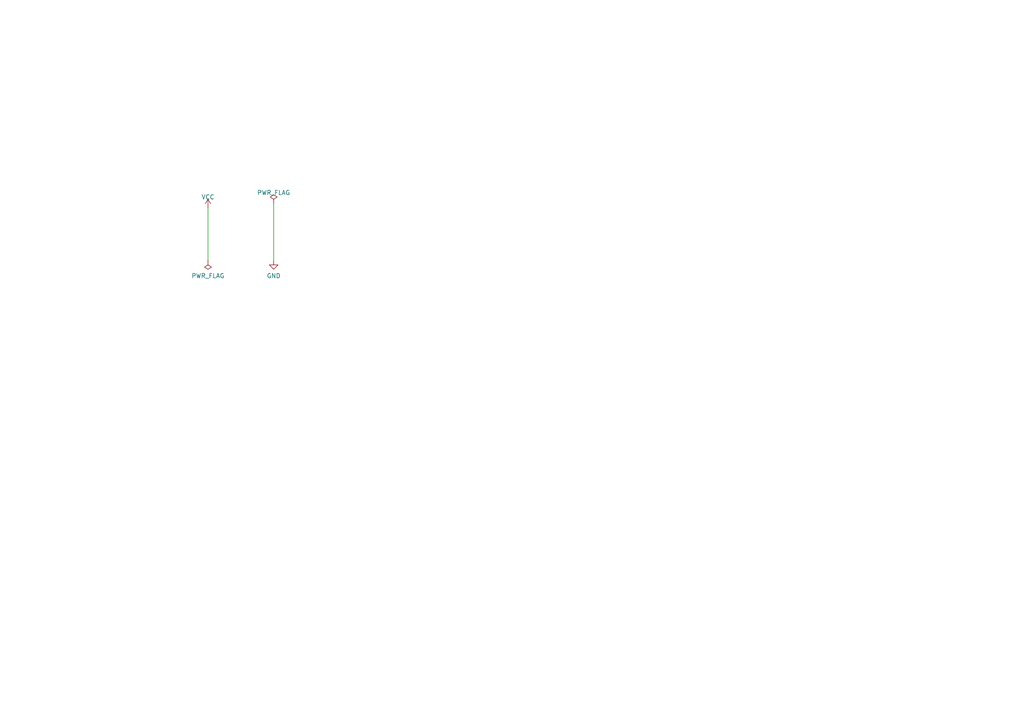
<source format=kicad_sch>
(kicad_sch (version 20230121) (generator eeschema)
  (paper "A4")
  (lib_symbols
    (symbol "power:GND" (power) (pin_names (offset 0))
      (property "Value" "GND" (at 0 -3.81 0))
      (symbol "GND_0_1"
        (polyline (pts (xy 0 0) (xy 0 -1.27) (xy 1.27 -1.27) (xy 0 -2.54) (xy -1.27 -1.27) (xy 0 -1.27)))
      )
      (symbol "GND_1_1"
        (pin power_in line (at 0 0 270) (length 0) hide (name "GND") (number "1"))
      )
    )
    (symbol "power:PWR_FLAG" (power) (pin_numbers hide) (pin_names (offset 0) hide)
      (property "Value" "PWR_FLAG" (at 0 3.81 0))
      (symbol "PWR_FLAG_0_0"
        (pin power_out line (at 0 0 90) (length 0) (name "pwr") (number "1"))
      )
      (symbol "PWR_FLAG_0_1"
        (polyline (pts (xy 0 0) (xy 0 1.27) (xy -1.016 1.905) (xy 0 2.54) (xy 1.016 1.905) (xy 0 1.27)))
      )
    )
    (symbol "power:VCC" (power) (pin_names (offset 0))
      (property "Value" "VCC" (at 0 3.81 0))
      (symbol "VCC_0_1"
        (polyline (pts (xy -0.762 1.27) (xy 0 2.54)))
        (polyline (pts (xy 0 0) (xy 0 2.54)))
        (polyline (pts (xy 0 2.54) (xy 0.762 1.27)))
      )
      (symbol "VCC_1_1"
        (pin power_in line (at 0 0 90) (length 0) hide (name "VCC") (number "1"))
      )
    )
  )
  (wire (pts (xy 79.375 59.055) (xy 79.375 75.565)))
  (wire (pts (xy 60.325 60.325) (xy 60.325 75.565)))
  (symbol (lib_id "power:PWR_FLAG") (at 79.375 59.055 0) (unit 1)
    (property "Reference" "#FLG02" (effects hide))
    (property "Value" "PWR_FLAG" (at 79.375 55.88 0))
  )
  (symbol (lib_id "power:VCC") (at 60.325 60.325 0) (unit 1)
    (property "Reference" "#PWR01" (effects hide))
    (property "Value" "VCC" (at 60.325 57.15 0))
  )
  (symbol (lib_id "power:PWR_FLAG") (at 60.325 75.565 180) (unit 1)
    (property "Reference" "#FLG01" (effects hide))
    (property "Value" "PWR_FLAG" (at 60.325 80.01 0))
  )
  (symbol (lib_id "power:GND") (at 79.375 75.565 0) (unit 1)
    (property "Reference" "#PWR02" (effects hide))
    (property "Value" "GND" (at 79.375 80.01 0))
  )
)
</source>
